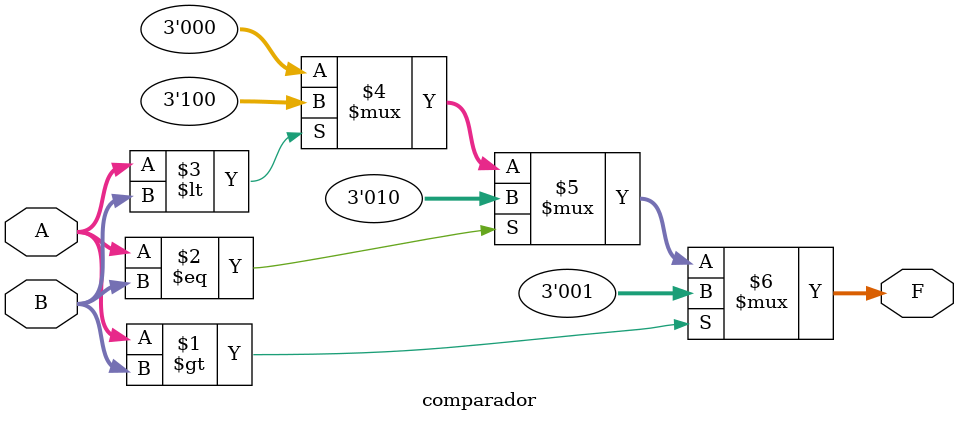
<source format=v>
module comparador(A,B,F);
input [2:0]A;
input [2:0]B;
output [2:0]F;

assign F =(A > B)? 3'b001:
	(A == B)? 3'b010:
	(A < B)? 3'b100:3'b000;
endmodule

</source>
